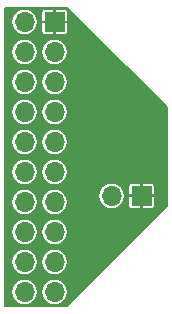
<source format=gbr>
G04 #@! TF.GenerationSoftware,KiCad,Pcbnew,5.1.5-1.fc31*
G04 #@! TF.CreationDate,2020-02-22T14:05:57+00:00*
G04 #@! TF.ProjectId,programmer-adapter,70726f67-7261-46d6-9d65-722d61646170,1.0.1*
G04 #@! TF.SameCoordinates,Original*
G04 #@! TF.FileFunction,Copper,L2,Bot*
G04 #@! TF.FilePolarity,Positive*
%FSLAX46Y46*%
G04 Gerber Fmt 4.6, Leading zero omitted, Abs format (unit mm)*
G04 Created by KiCad (PCBNEW 5.1.5-1.fc31) date 2020-02-22 14:05:57*
%MOMM*%
%LPD*%
G04 APERTURE LIST*
%ADD10O,1.700000X1.700000*%
%ADD11R,1.700000X1.700000*%
%ADD12C,0.127000*%
G04 APERTURE END LIST*
D10*
X139440000Y-109630000D03*
X141980000Y-109630000D03*
X139440000Y-107090000D03*
X141980000Y-107090000D03*
X139440000Y-104550000D03*
X141980000Y-104550000D03*
X139440000Y-102010000D03*
X141980000Y-102010000D03*
X139440000Y-99470000D03*
X141980000Y-99470000D03*
X139440000Y-96930000D03*
X141980000Y-96930000D03*
X139440000Y-94390000D03*
X141980000Y-94390000D03*
X139440000Y-91850000D03*
X141980000Y-91850000D03*
X139440000Y-89310000D03*
X141980000Y-89310000D03*
X139440000Y-86770000D03*
D11*
X141980000Y-86770000D03*
D10*
X146800000Y-101490000D03*
D11*
X149340000Y-101490000D03*
D12*
G36*
X151484500Y-93999263D02*
G01*
X151484501Y-102329411D01*
X151484500Y-102329421D01*
X151484500Y-102360737D01*
X143050738Y-110794500D01*
X137765500Y-110794500D01*
X137765500Y-109520330D01*
X138326500Y-109520330D01*
X138326500Y-109739670D01*
X138369291Y-109954796D01*
X138453229Y-110157440D01*
X138575088Y-110339815D01*
X138730185Y-110494912D01*
X138912560Y-110616771D01*
X139115204Y-110700709D01*
X139330330Y-110743500D01*
X139549670Y-110743500D01*
X139764796Y-110700709D01*
X139967440Y-110616771D01*
X140149815Y-110494912D01*
X140304912Y-110339815D01*
X140426771Y-110157440D01*
X140510709Y-109954796D01*
X140553500Y-109739670D01*
X140553500Y-109520330D01*
X140866500Y-109520330D01*
X140866500Y-109739670D01*
X140909291Y-109954796D01*
X140993229Y-110157440D01*
X141115088Y-110339815D01*
X141270185Y-110494912D01*
X141452560Y-110616771D01*
X141655204Y-110700709D01*
X141870330Y-110743500D01*
X142089670Y-110743500D01*
X142304796Y-110700709D01*
X142507440Y-110616771D01*
X142689815Y-110494912D01*
X142844912Y-110339815D01*
X142966771Y-110157440D01*
X143050709Y-109954796D01*
X143093500Y-109739670D01*
X143093500Y-109520330D01*
X143050709Y-109305204D01*
X142966771Y-109102560D01*
X142844912Y-108920185D01*
X142689815Y-108765088D01*
X142507440Y-108643229D01*
X142304796Y-108559291D01*
X142089670Y-108516500D01*
X141870330Y-108516500D01*
X141655204Y-108559291D01*
X141452560Y-108643229D01*
X141270185Y-108765088D01*
X141115088Y-108920185D01*
X140993229Y-109102560D01*
X140909291Y-109305204D01*
X140866500Y-109520330D01*
X140553500Y-109520330D01*
X140510709Y-109305204D01*
X140426771Y-109102560D01*
X140304912Y-108920185D01*
X140149815Y-108765088D01*
X139967440Y-108643229D01*
X139764796Y-108559291D01*
X139549670Y-108516500D01*
X139330330Y-108516500D01*
X139115204Y-108559291D01*
X138912560Y-108643229D01*
X138730185Y-108765088D01*
X138575088Y-108920185D01*
X138453229Y-109102560D01*
X138369291Y-109305204D01*
X138326500Y-109520330D01*
X137765500Y-109520330D01*
X137765500Y-106980330D01*
X138326500Y-106980330D01*
X138326500Y-107199670D01*
X138369291Y-107414796D01*
X138453229Y-107617440D01*
X138575088Y-107799815D01*
X138730185Y-107954912D01*
X138912560Y-108076771D01*
X139115204Y-108160709D01*
X139330330Y-108203500D01*
X139549670Y-108203500D01*
X139764796Y-108160709D01*
X139967440Y-108076771D01*
X140149815Y-107954912D01*
X140304912Y-107799815D01*
X140426771Y-107617440D01*
X140510709Y-107414796D01*
X140553500Y-107199670D01*
X140553500Y-106980330D01*
X140866500Y-106980330D01*
X140866500Y-107199670D01*
X140909291Y-107414796D01*
X140993229Y-107617440D01*
X141115088Y-107799815D01*
X141270185Y-107954912D01*
X141452560Y-108076771D01*
X141655204Y-108160709D01*
X141870330Y-108203500D01*
X142089670Y-108203500D01*
X142304796Y-108160709D01*
X142507440Y-108076771D01*
X142689815Y-107954912D01*
X142844912Y-107799815D01*
X142966771Y-107617440D01*
X143050709Y-107414796D01*
X143093500Y-107199670D01*
X143093500Y-106980330D01*
X143050709Y-106765204D01*
X142966771Y-106562560D01*
X142844912Y-106380185D01*
X142689815Y-106225088D01*
X142507440Y-106103229D01*
X142304796Y-106019291D01*
X142089670Y-105976500D01*
X141870330Y-105976500D01*
X141655204Y-106019291D01*
X141452560Y-106103229D01*
X141270185Y-106225088D01*
X141115088Y-106380185D01*
X140993229Y-106562560D01*
X140909291Y-106765204D01*
X140866500Y-106980330D01*
X140553500Y-106980330D01*
X140510709Y-106765204D01*
X140426771Y-106562560D01*
X140304912Y-106380185D01*
X140149815Y-106225088D01*
X139967440Y-106103229D01*
X139764796Y-106019291D01*
X139549670Y-105976500D01*
X139330330Y-105976500D01*
X139115204Y-106019291D01*
X138912560Y-106103229D01*
X138730185Y-106225088D01*
X138575088Y-106380185D01*
X138453229Y-106562560D01*
X138369291Y-106765204D01*
X138326500Y-106980330D01*
X137765500Y-106980330D01*
X137765500Y-104440330D01*
X138326500Y-104440330D01*
X138326500Y-104659670D01*
X138369291Y-104874796D01*
X138453229Y-105077440D01*
X138575088Y-105259815D01*
X138730185Y-105414912D01*
X138912560Y-105536771D01*
X139115204Y-105620709D01*
X139330330Y-105663500D01*
X139549670Y-105663500D01*
X139764796Y-105620709D01*
X139967440Y-105536771D01*
X140149815Y-105414912D01*
X140304912Y-105259815D01*
X140426771Y-105077440D01*
X140510709Y-104874796D01*
X140553500Y-104659670D01*
X140553500Y-104440330D01*
X140866500Y-104440330D01*
X140866500Y-104659670D01*
X140909291Y-104874796D01*
X140993229Y-105077440D01*
X141115088Y-105259815D01*
X141270185Y-105414912D01*
X141452560Y-105536771D01*
X141655204Y-105620709D01*
X141870330Y-105663500D01*
X142089670Y-105663500D01*
X142304796Y-105620709D01*
X142507440Y-105536771D01*
X142689815Y-105414912D01*
X142844912Y-105259815D01*
X142966771Y-105077440D01*
X143050709Y-104874796D01*
X143093500Y-104659670D01*
X143093500Y-104440330D01*
X143050709Y-104225204D01*
X142966771Y-104022560D01*
X142844912Y-103840185D01*
X142689815Y-103685088D01*
X142507440Y-103563229D01*
X142304796Y-103479291D01*
X142089670Y-103436500D01*
X141870330Y-103436500D01*
X141655204Y-103479291D01*
X141452560Y-103563229D01*
X141270185Y-103685088D01*
X141115088Y-103840185D01*
X140993229Y-104022560D01*
X140909291Y-104225204D01*
X140866500Y-104440330D01*
X140553500Y-104440330D01*
X140510709Y-104225204D01*
X140426771Y-104022560D01*
X140304912Y-103840185D01*
X140149815Y-103685088D01*
X139967440Y-103563229D01*
X139764796Y-103479291D01*
X139549670Y-103436500D01*
X139330330Y-103436500D01*
X139115204Y-103479291D01*
X138912560Y-103563229D01*
X138730185Y-103685088D01*
X138575088Y-103840185D01*
X138453229Y-104022560D01*
X138369291Y-104225204D01*
X138326500Y-104440330D01*
X137765500Y-104440330D01*
X137765500Y-101900330D01*
X138326500Y-101900330D01*
X138326500Y-102119670D01*
X138369291Y-102334796D01*
X138453229Y-102537440D01*
X138575088Y-102719815D01*
X138730185Y-102874912D01*
X138912560Y-102996771D01*
X139115204Y-103080709D01*
X139330330Y-103123500D01*
X139549670Y-103123500D01*
X139764796Y-103080709D01*
X139967440Y-102996771D01*
X140149815Y-102874912D01*
X140304912Y-102719815D01*
X140426771Y-102537440D01*
X140510709Y-102334796D01*
X140553500Y-102119670D01*
X140553500Y-101900330D01*
X140866500Y-101900330D01*
X140866500Y-102119670D01*
X140909291Y-102334796D01*
X140993229Y-102537440D01*
X141115088Y-102719815D01*
X141270185Y-102874912D01*
X141452560Y-102996771D01*
X141655204Y-103080709D01*
X141870330Y-103123500D01*
X142089670Y-103123500D01*
X142304796Y-103080709D01*
X142507440Y-102996771D01*
X142689815Y-102874912D01*
X142844912Y-102719815D01*
X142966771Y-102537440D01*
X143050709Y-102334796D01*
X143093500Y-102119670D01*
X143093500Y-101900330D01*
X143050709Y-101685204D01*
X142966771Y-101482560D01*
X142898464Y-101380330D01*
X145686500Y-101380330D01*
X145686500Y-101599670D01*
X145729291Y-101814796D01*
X145813229Y-102017440D01*
X145935088Y-102199815D01*
X146090185Y-102354912D01*
X146272560Y-102476771D01*
X146475204Y-102560709D01*
X146690330Y-102603500D01*
X146909670Y-102603500D01*
X147124796Y-102560709D01*
X147327440Y-102476771D01*
X147509815Y-102354912D01*
X147524727Y-102340000D01*
X148225225Y-102340000D01*
X148230313Y-102391655D01*
X148245380Y-102441325D01*
X148269848Y-102487101D01*
X148302776Y-102527224D01*
X148342899Y-102560152D01*
X148388675Y-102584620D01*
X148438345Y-102599687D01*
X148490000Y-102604775D01*
X149237625Y-102603500D01*
X149303500Y-102537625D01*
X149303500Y-101526500D01*
X149376500Y-101526500D01*
X149376500Y-102537625D01*
X149442375Y-102603500D01*
X150190000Y-102604775D01*
X150241655Y-102599687D01*
X150291325Y-102584620D01*
X150337101Y-102560152D01*
X150377224Y-102527224D01*
X150410152Y-102487101D01*
X150434620Y-102441325D01*
X150449687Y-102391655D01*
X150454775Y-102340000D01*
X150453500Y-101592375D01*
X150387625Y-101526500D01*
X149376500Y-101526500D01*
X149303500Y-101526500D01*
X148292375Y-101526500D01*
X148226500Y-101592375D01*
X148225225Y-102340000D01*
X147524727Y-102340000D01*
X147664912Y-102199815D01*
X147786771Y-102017440D01*
X147870709Y-101814796D01*
X147913500Y-101599670D01*
X147913500Y-101380330D01*
X147870709Y-101165204D01*
X147786771Y-100962560D01*
X147664912Y-100780185D01*
X147524727Y-100640000D01*
X148225225Y-100640000D01*
X148226500Y-101387625D01*
X148292375Y-101453500D01*
X149303500Y-101453500D01*
X149303500Y-100442375D01*
X149376500Y-100442375D01*
X149376500Y-101453500D01*
X150387625Y-101453500D01*
X150453500Y-101387625D01*
X150454775Y-100640000D01*
X150449687Y-100588345D01*
X150434620Y-100538675D01*
X150410152Y-100492899D01*
X150377224Y-100452776D01*
X150337101Y-100419848D01*
X150291325Y-100395380D01*
X150241655Y-100380313D01*
X150190000Y-100375225D01*
X149442375Y-100376500D01*
X149376500Y-100442375D01*
X149303500Y-100442375D01*
X149237625Y-100376500D01*
X148490000Y-100375225D01*
X148438345Y-100380313D01*
X148388675Y-100395380D01*
X148342899Y-100419848D01*
X148302776Y-100452776D01*
X148269848Y-100492899D01*
X148245380Y-100538675D01*
X148230313Y-100588345D01*
X148225225Y-100640000D01*
X147524727Y-100640000D01*
X147509815Y-100625088D01*
X147327440Y-100503229D01*
X147124796Y-100419291D01*
X146909670Y-100376500D01*
X146690330Y-100376500D01*
X146475204Y-100419291D01*
X146272560Y-100503229D01*
X146090185Y-100625088D01*
X145935088Y-100780185D01*
X145813229Y-100962560D01*
X145729291Y-101165204D01*
X145686500Y-101380330D01*
X142898464Y-101380330D01*
X142844912Y-101300185D01*
X142689815Y-101145088D01*
X142507440Y-101023229D01*
X142304796Y-100939291D01*
X142089670Y-100896500D01*
X141870330Y-100896500D01*
X141655204Y-100939291D01*
X141452560Y-101023229D01*
X141270185Y-101145088D01*
X141115088Y-101300185D01*
X140993229Y-101482560D01*
X140909291Y-101685204D01*
X140866500Y-101900330D01*
X140553500Y-101900330D01*
X140510709Y-101685204D01*
X140426771Y-101482560D01*
X140304912Y-101300185D01*
X140149815Y-101145088D01*
X139967440Y-101023229D01*
X139764796Y-100939291D01*
X139549670Y-100896500D01*
X139330330Y-100896500D01*
X139115204Y-100939291D01*
X138912560Y-101023229D01*
X138730185Y-101145088D01*
X138575088Y-101300185D01*
X138453229Y-101482560D01*
X138369291Y-101685204D01*
X138326500Y-101900330D01*
X137765500Y-101900330D01*
X137765500Y-99360330D01*
X138326500Y-99360330D01*
X138326500Y-99579670D01*
X138369291Y-99794796D01*
X138453229Y-99997440D01*
X138575088Y-100179815D01*
X138730185Y-100334912D01*
X138912560Y-100456771D01*
X139115204Y-100540709D01*
X139330330Y-100583500D01*
X139549670Y-100583500D01*
X139764796Y-100540709D01*
X139967440Y-100456771D01*
X140149815Y-100334912D01*
X140304912Y-100179815D01*
X140426771Y-99997440D01*
X140510709Y-99794796D01*
X140553500Y-99579670D01*
X140553500Y-99360330D01*
X140866500Y-99360330D01*
X140866500Y-99579670D01*
X140909291Y-99794796D01*
X140993229Y-99997440D01*
X141115088Y-100179815D01*
X141270185Y-100334912D01*
X141452560Y-100456771D01*
X141655204Y-100540709D01*
X141870330Y-100583500D01*
X142089670Y-100583500D01*
X142304796Y-100540709D01*
X142507440Y-100456771D01*
X142689815Y-100334912D01*
X142844912Y-100179815D01*
X142966771Y-99997440D01*
X143050709Y-99794796D01*
X143093500Y-99579670D01*
X143093500Y-99360330D01*
X143050709Y-99145204D01*
X142966771Y-98942560D01*
X142844912Y-98760185D01*
X142689815Y-98605088D01*
X142507440Y-98483229D01*
X142304796Y-98399291D01*
X142089670Y-98356500D01*
X141870330Y-98356500D01*
X141655204Y-98399291D01*
X141452560Y-98483229D01*
X141270185Y-98605088D01*
X141115088Y-98760185D01*
X140993229Y-98942560D01*
X140909291Y-99145204D01*
X140866500Y-99360330D01*
X140553500Y-99360330D01*
X140510709Y-99145204D01*
X140426771Y-98942560D01*
X140304912Y-98760185D01*
X140149815Y-98605088D01*
X139967440Y-98483229D01*
X139764796Y-98399291D01*
X139549670Y-98356500D01*
X139330330Y-98356500D01*
X139115204Y-98399291D01*
X138912560Y-98483229D01*
X138730185Y-98605088D01*
X138575088Y-98760185D01*
X138453229Y-98942560D01*
X138369291Y-99145204D01*
X138326500Y-99360330D01*
X137765500Y-99360330D01*
X137765500Y-96820330D01*
X138326500Y-96820330D01*
X138326500Y-97039670D01*
X138369291Y-97254796D01*
X138453229Y-97457440D01*
X138575088Y-97639815D01*
X138730185Y-97794912D01*
X138912560Y-97916771D01*
X139115204Y-98000709D01*
X139330330Y-98043500D01*
X139549670Y-98043500D01*
X139764796Y-98000709D01*
X139967440Y-97916771D01*
X140149815Y-97794912D01*
X140304912Y-97639815D01*
X140426771Y-97457440D01*
X140510709Y-97254796D01*
X140553500Y-97039670D01*
X140553500Y-96820330D01*
X140866500Y-96820330D01*
X140866500Y-97039670D01*
X140909291Y-97254796D01*
X140993229Y-97457440D01*
X141115088Y-97639815D01*
X141270185Y-97794912D01*
X141452560Y-97916771D01*
X141655204Y-98000709D01*
X141870330Y-98043500D01*
X142089670Y-98043500D01*
X142304796Y-98000709D01*
X142507440Y-97916771D01*
X142689815Y-97794912D01*
X142844912Y-97639815D01*
X142966771Y-97457440D01*
X143050709Y-97254796D01*
X143093500Y-97039670D01*
X143093500Y-96820330D01*
X143050709Y-96605204D01*
X142966771Y-96402560D01*
X142844912Y-96220185D01*
X142689815Y-96065088D01*
X142507440Y-95943229D01*
X142304796Y-95859291D01*
X142089670Y-95816500D01*
X141870330Y-95816500D01*
X141655204Y-95859291D01*
X141452560Y-95943229D01*
X141270185Y-96065088D01*
X141115088Y-96220185D01*
X140993229Y-96402560D01*
X140909291Y-96605204D01*
X140866500Y-96820330D01*
X140553500Y-96820330D01*
X140510709Y-96605204D01*
X140426771Y-96402560D01*
X140304912Y-96220185D01*
X140149815Y-96065088D01*
X139967440Y-95943229D01*
X139764796Y-95859291D01*
X139549670Y-95816500D01*
X139330330Y-95816500D01*
X139115204Y-95859291D01*
X138912560Y-95943229D01*
X138730185Y-96065088D01*
X138575088Y-96220185D01*
X138453229Y-96402560D01*
X138369291Y-96605204D01*
X138326500Y-96820330D01*
X137765500Y-96820330D01*
X137765500Y-94280330D01*
X138326500Y-94280330D01*
X138326500Y-94499670D01*
X138369291Y-94714796D01*
X138453229Y-94917440D01*
X138575088Y-95099815D01*
X138730185Y-95254912D01*
X138912560Y-95376771D01*
X139115204Y-95460709D01*
X139330330Y-95503500D01*
X139549670Y-95503500D01*
X139764796Y-95460709D01*
X139967440Y-95376771D01*
X140149815Y-95254912D01*
X140304912Y-95099815D01*
X140426771Y-94917440D01*
X140510709Y-94714796D01*
X140553500Y-94499670D01*
X140553500Y-94280330D01*
X140866500Y-94280330D01*
X140866500Y-94499670D01*
X140909291Y-94714796D01*
X140993229Y-94917440D01*
X141115088Y-95099815D01*
X141270185Y-95254912D01*
X141452560Y-95376771D01*
X141655204Y-95460709D01*
X141870330Y-95503500D01*
X142089670Y-95503500D01*
X142304796Y-95460709D01*
X142507440Y-95376771D01*
X142689815Y-95254912D01*
X142844912Y-95099815D01*
X142966771Y-94917440D01*
X143050709Y-94714796D01*
X143093500Y-94499670D01*
X143093500Y-94280330D01*
X143050709Y-94065204D01*
X142966771Y-93862560D01*
X142844912Y-93680185D01*
X142689815Y-93525088D01*
X142507440Y-93403229D01*
X142304796Y-93319291D01*
X142089670Y-93276500D01*
X141870330Y-93276500D01*
X141655204Y-93319291D01*
X141452560Y-93403229D01*
X141270185Y-93525088D01*
X141115088Y-93680185D01*
X140993229Y-93862560D01*
X140909291Y-94065204D01*
X140866500Y-94280330D01*
X140553500Y-94280330D01*
X140510709Y-94065204D01*
X140426771Y-93862560D01*
X140304912Y-93680185D01*
X140149815Y-93525088D01*
X139967440Y-93403229D01*
X139764796Y-93319291D01*
X139549670Y-93276500D01*
X139330330Y-93276500D01*
X139115204Y-93319291D01*
X138912560Y-93403229D01*
X138730185Y-93525088D01*
X138575088Y-93680185D01*
X138453229Y-93862560D01*
X138369291Y-94065204D01*
X138326500Y-94280330D01*
X137765500Y-94280330D01*
X137765500Y-91740330D01*
X138326500Y-91740330D01*
X138326500Y-91959670D01*
X138369291Y-92174796D01*
X138453229Y-92377440D01*
X138575088Y-92559815D01*
X138730185Y-92714912D01*
X138912560Y-92836771D01*
X139115204Y-92920709D01*
X139330330Y-92963500D01*
X139549670Y-92963500D01*
X139764796Y-92920709D01*
X139967440Y-92836771D01*
X140149815Y-92714912D01*
X140304912Y-92559815D01*
X140426771Y-92377440D01*
X140510709Y-92174796D01*
X140553500Y-91959670D01*
X140553500Y-91740330D01*
X140866500Y-91740330D01*
X140866500Y-91959670D01*
X140909291Y-92174796D01*
X140993229Y-92377440D01*
X141115088Y-92559815D01*
X141270185Y-92714912D01*
X141452560Y-92836771D01*
X141655204Y-92920709D01*
X141870330Y-92963500D01*
X142089670Y-92963500D01*
X142304796Y-92920709D01*
X142507440Y-92836771D01*
X142689815Y-92714912D01*
X142844912Y-92559815D01*
X142966771Y-92377440D01*
X143050709Y-92174796D01*
X143093500Y-91959670D01*
X143093500Y-91740330D01*
X143050709Y-91525204D01*
X142966771Y-91322560D01*
X142844912Y-91140185D01*
X142689815Y-90985088D01*
X142507440Y-90863229D01*
X142304796Y-90779291D01*
X142089670Y-90736500D01*
X141870330Y-90736500D01*
X141655204Y-90779291D01*
X141452560Y-90863229D01*
X141270185Y-90985088D01*
X141115088Y-91140185D01*
X140993229Y-91322560D01*
X140909291Y-91525204D01*
X140866500Y-91740330D01*
X140553500Y-91740330D01*
X140510709Y-91525204D01*
X140426771Y-91322560D01*
X140304912Y-91140185D01*
X140149815Y-90985088D01*
X139967440Y-90863229D01*
X139764796Y-90779291D01*
X139549670Y-90736500D01*
X139330330Y-90736500D01*
X139115204Y-90779291D01*
X138912560Y-90863229D01*
X138730185Y-90985088D01*
X138575088Y-91140185D01*
X138453229Y-91322560D01*
X138369291Y-91525204D01*
X138326500Y-91740330D01*
X137765500Y-91740330D01*
X137765500Y-89200330D01*
X138326500Y-89200330D01*
X138326500Y-89419670D01*
X138369291Y-89634796D01*
X138453229Y-89837440D01*
X138575088Y-90019815D01*
X138730185Y-90174912D01*
X138912560Y-90296771D01*
X139115204Y-90380709D01*
X139330330Y-90423500D01*
X139549670Y-90423500D01*
X139764796Y-90380709D01*
X139967440Y-90296771D01*
X140149815Y-90174912D01*
X140304912Y-90019815D01*
X140426771Y-89837440D01*
X140510709Y-89634796D01*
X140553500Y-89419670D01*
X140553500Y-89200330D01*
X140866500Y-89200330D01*
X140866500Y-89419670D01*
X140909291Y-89634796D01*
X140993229Y-89837440D01*
X141115088Y-90019815D01*
X141270185Y-90174912D01*
X141452560Y-90296771D01*
X141655204Y-90380709D01*
X141870330Y-90423500D01*
X142089670Y-90423500D01*
X142304796Y-90380709D01*
X142507440Y-90296771D01*
X142689815Y-90174912D01*
X142844912Y-90019815D01*
X142966771Y-89837440D01*
X143050709Y-89634796D01*
X143093500Y-89419670D01*
X143093500Y-89200330D01*
X143050709Y-88985204D01*
X142966771Y-88782560D01*
X142844912Y-88600185D01*
X142689815Y-88445088D01*
X142507440Y-88323229D01*
X142304796Y-88239291D01*
X142089670Y-88196500D01*
X141870330Y-88196500D01*
X141655204Y-88239291D01*
X141452560Y-88323229D01*
X141270185Y-88445088D01*
X141115088Y-88600185D01*
X140993229Y-88782560D01*
X140909291Y-88985204D01*
X140866500Y-89200330D01*
X140553500Y-89200330D01*
X140510709Y-88985204D01*
X140426771Y-88782560D01*
X140304912Y-88600185D01*
X140149815Y-88445088D01*
X139967440Y-88323229D01*
X139764796Y-88239291D01*
X139549670Y-88196500D01*
X139330330Y-88196500D01*
X139115204Y-88239291D01*
X138912560Y-88323229D01*
X138730185Y-88445088D01*
X138575088Y-88600185D01*
X138453229Y-88782560D01*
X138369291Y-88985204D01*
X138326500Y-89200330D01*
X137765500Y-89200330D01*
X137765500Y-86660330D01*
X138326500Y-86660330D01*
X138326500Y-86879670D01*
X138369291Y-87094796D01*
X138453229Y-87297440D01*
X138575088Y-87479815D01*
X138730185Y-87634912D01*
X138912560Y-87756771D01*
X139115204Y-87840709D01*
X139330330Y-87883500D01*
X139549670Y-87883500D01*
X139764796Y-87840709D01*
X139967440Y-87756771D01*
X140149815Y-87634912D01*
X140164727Y-87620000D01*
X140865225Y-87620000D01*
X140870313Y-87671655D01*
X140885380Y-87721325D01*
X140909848Y-87767101D01*
X140942776Y-87807224D01*
X140982899Y-87840152D01*
X141028675Y-87864620D01*
X141078345Y-87879687D01*
X141130000Y-87884775D01*
X141877625Y-87883500D01*
X141943500Y-87817625D01*
X141943500Y-86806500D01*
X142016500Y-86806500D01*
X142016500Y-87817625D01*
X142082375Y-87883500D01*
X142830000Y-87884775D01*
X142881655Y-87879687D01*
X142931325Y-87864620D01*
X142977101Y-87840152D01*
X143017224Y-87807224D01*
X143050152Y-87767101D01*
X143074620Y-87721325D01*
X143089687Y-87671655D01*
X143094775Y-87620000D01*
X143093500Y-86872375D01*
X143027625Y-86806500D01*
X142016500Y-86806500D01*
X141943500Y-86806500D01*
X140932375Y-86806500D01*
X140866500Y-86872375D01*
X140865225Y-87620000D01*
X140164727Y-87620000D01*
X140304912Y-87479815D01*
X140426771Y-87297440D01*
X140510709Y-87094796D01*
X140553500Y-86879670D01*
X140553500Y-86660330D01*
X140510709Y-86445204D01*
X140426771Y-86242560D01*
X140304912Y-86060185D01*
X140164727Y-85920000D01*
X140865225Y-85920000D01*
X140866500Y-86667625D01*
X140932375Y-86733500D01*
X141943500Y-86733500D01*
X141943500Y-85722375D01*
X142016500Y-85722375D01*
X142016500Y-86733500D01*
X143027625Y-86733500D01*
X143093500Y-86667625D01*
X143094775Y-85920000D01*
X143089687Y-85868345D01*
X143074620Y-85818675D01*
X143050152Y-85772899D01*
X143017224Y-85732776D01*
X142977101Y-85699848D01*
X142931325Y-85675380D01*
X142881655Y-85660313D01*
X142830000Y-85655225D01*
X142082375Y-85656500D01*
X142016500Y-85722375D01*
X141943500Y-85722375D01*
X141877625Y-85656500D01*
X141130000Y-85655225D01*
X141078345Y-85660313D01*
X141028675Y-85675380D01*
X140982899Y-85699848D01*
X140942776Y-85732776D01*
X140909848Y-85772899D01*
X140885380Y-85818675D01*
X140870313Y-85868345D01*
X140865225Y-85920000D01*
X140164727Y-85920000D01*
X140149815Y-85905088D01*
X139967440Y-85783229D01*
X139764796Y-85699291D01*
X139549670Y-85656500D01*
X139330330Y-85656500D01*
X139115204Y-85699291D01*
X138912560Y-85783229D01*
X138730185Y-85905088D01*
X138575088Y-86060185D01*
X138453229Y-86242560D01*
X138369291Y-86445204D01*
X138326500Y-86660330D01*
X137765500Y-86660330D01*
X137765500Y-85575500D01*
X143060738Y-85575500D01*
X151484500Y-93999263D01*
G37*
X151484500Y-93999263D02*
X151484501Y-102329411D01*
X151484500Y-102329421D01*
X151484500Y-102360737D01*
X143050738Y-110794500D01*
X137765500Y-110794500D01*
X137765500Y-109520330D01*
X138326500Y-109520330D01*
X138326500Y-109739670D01*
X138369291Y-109954796D01*
X138453229Y-110157440D01*
X138575088Y-110339815D01*
X138730185Y-110494912D01*
X138912560Y-110616771D01*
X139115204Y-110700709D01*
X139330330Y-110743500D01*
X139549670Y-110743500D01*
X139764796Y-110700709D01*
X139967440Y-110616771D01*
X140149815Y-110494912D01*
X140304912Y-110339815D01*
X140426771Y-110157440D01*
X140510709Y-109954796D01*
X140553500Y-109739670D01*
X140553500Y-109520330D01*
X140866500Y-109520330D01*
X140866500Y-109739670D01*
X140909291Y-109954796D01*
X140993229Y-110157440D01*
X141115088Y-110339815D01*
X141270185Y-110494912D01*
X141452560Y-110616771D01*
X141655204Y-110700709D01*
X141870330Y-110743500D01*
X142089670Y-110743500D01*
X142304796Y-110700709D01*
X142507440Y-110616771D01*
X142689815Y-110494912D01*
X142844912Y-110339815D01*
X142966771Y-110157440D01*
X143050709Y-109954796D01*
X143093500Y-109739670D01*
X143093500Y-109520330D01*
X143050709Y-109305204D01*
X142966771Y-109102560D01*
X142844912Y-108920185D01*
X142689815Y-108765088D01*
X142507440Y-108643229D01*
X142304796Y-108559291D01*
X142089670Y-108516500D01*
X141870330Y-108516500D01*
X141655204Y-108559291D01*
X141452560Y-108643229D01*
X141270185Y-108765088D01*
X141115088Y-108920185D01*
X140993229Y-109102560D01*
X140909291Y-109305204D01*
X140866500Y-109520330D01*
X140553500Y-109520330D01*
X140510709Y-109305204D01*
X140426771Y-109102560D01*
X140304912Y-108920185D01*
X140149815Y-108765088D01*
X139967440Y-108643229D01*
X139764796Y-108559291D01*
X139549670Y-108516500D01*
X139330330Y-108516500D01*
X139115204Y-108559291D01*
X138912560Y-108643229D01*
X138730185Y-108765088D01*
X138575088Y-108920185D01*
X138453229Y-109102560D01*
X138369291Y-109305204D01*
X138326500Y-109520330D01*
X137765500Y-109520330D01*
X137765500Y-106980330D01*
X138326500Y-106980330D01*
X138326500Y-107199670D01*
X138369291Y-107414796D01*
X138453229Y-107617440D01*
X138575088Y-107799815D01*
X138730185Y-107954912D01*
X138912560Y-108076771D01*
X139115204Y-108160709D01*
X139330330Y-108203500D01*
X139549670Y-108203500D01*
X139764796Y-108160709D01*
X139967440Y-108076771D01*
X140149815Y-107954912D01*
X140304912Y-107799815D01*
X140426771Y-107617440D01*
X140510709Y-107414796D01*
X140553500Y-107199670D01*
X140553500Y-106980330D01*
X140866500Y-106980330D01*
X140866500Y-107199670D01*
X140909291Y-107414796D01*
X140993229Y-107617440D01*
X141115088Y-107799815D01*
X141270185Y-107954912D01*
X141452560Y-108076771D01*
X141655204Y-108160709D01*
X141870330Y-108203500D01*
X142089670Y-108203500D01*
X142304796Y-108160709D01*
X142507440Y-108076771D01*
X142689815Y-107954912D01*
X142844912Y-107799815D01*
X142966771Y-107617440D01*
X143050709Y-107414796D01*
X143093500Y-107199670D01*
X143093500Y-106980330D01*
X143050709Y-106765204D01*
X142966771Y-106562560D01*
X142844912Y-106380185D01*
X142689815Y-106225088D01*
X142507440Y-106103229D01*
X142304796Y-106019291D01*
X142089670Y-105976500D01*
X141870330Y-105976500D01*
X141655204Y-106019291D01*
X141452560Y-106103229D01*
X141270185Y-106225088D01*
X141115088Y-106380185D01*
X140993229Y-106562560D01*
X140909291Y-106765204D01*
X140866500Y-106980330D01*
X140553500Y-106980330D01*
X140510709Y-106765204D01*
X140426771Y-106562560D01*
X140304912Y-106380185D01*
X140149815Y-106225088D01*
X139967440Y-106103229D01*
X139764796Y-106019291D01*
X139549670Y-105976500D01*
X139330330Y-105976500D01*
X139115204Y-106019291D01*
X138912560Y-106103229D01*
X138730185Y-106225088D01*
X138575088Y-106380185D01*
X138453229Y-106562560D01*
X138369291Y-106765204D01*
X138326500Y-106980330D01*
X137765500Y-106980330D01*
X137765500Y-104440330D01*
X138326500Y-104440330D01*
X138326500Y-104659670D01*
X138369291Y-104874796D01*
X138453229Y-105077440D01*
X138575088Y-105259815D01*
X138730185Y-105414912D01*
X138912560Y-105536771D01*
X139115204Y-105620709D01*
X139330330Y-105663500D01*
X139549670Y-105663500D01*
X139764796Y-105620709D01*
X139967440Y-105536771D01*
X140149815Y-105414912D01*
X140304912Y-105259815D01*
X140426771Y-105077440D01*
X140510709Y-104874796D01*
X140553500Y-104659670D01*
X140553500Y-104440330D01*
X140866500Y-104440330D01*
X140866500Y-104659670D01*
X140909291Y-104874796D01*
X140993229Y-105077440D01*
X141115088Y-105259815D01*
X141270185Y-105414912D01*
X141452560Y-105536771D01*
X141655204Y-105620709D01*
X141870330Y-105663500D01*
X142089670Y-105663500D01*
X142304796Y-105620709D01*
X142507440Y-105536771D01*
X142689815Y-105414912D01*
X142844912Y-105259815D01*
X142966771Y-105077440D01*
X143050709Y-104874796D01*
X143093500Y-104659670D01*
X143093500Y-104440330D01*
X143050709Y-104225204D01*
X142966771Y-104022560D01*
X142844912Y-103840185D01*
X142689815Y-103685088D01*
X142507440Y-103563229D01*
X142304796Y-103479291D01*
X142089670Y-103436500D01*
X141870330Y-103436500D01*
X141655204Y-103479291D01*
X141452560Y-103563229D01*
X141270185Y-103685088D01*
X141115088Y-103840185D01*
X140993229Y-104022560D01*
X140909291Y-104225204D01*
X140866500Y-104440330D01*
X140553500Y-104440330D01*
X140510709Y-104225204D01*
X140426771Y-104022560D01*
X140304912Y-103840185D01*
X140149815Y-103685088D01*
X139967440Y-103563229D01*
X139764796Y-103479291D01*
X139549670Y-103436500D01*
X139330330Y-103436500D01*
X139115204Y-103479291D01*
X138912560Y-103563229D01*
X138730185Y-103685088D01*
X138575088Y-103840185D01*
X138453229Y-104022560D01*
X138369291Y-104225204D01*
X138326500Y-104440330D01*
X137765500Y-104440330D01*
X137765500Y-101900330D01*
X138326500Y-101900330D01*
X138326500Y-102119670D01*
X138369291Y-102334796D01*
X138453229Y-102537440D01*
X138575088Y-102719815D01*
X138730185Y-102874912D01*
X138912560Y-102996771D01*
X139115204Y-103080709D01*
X139330330Y-103123500D01*
X139549670Y-103123500D01*
X139764796Y-103080709D01*
X139967440Y-102996771D01*
X140149815Y-102874912D01*
X140304912Y-102719815D01*
X140426771Y-102537440D01*
X140510709Y-102334796D01*
X140553500Y-102119670D01*
X140553500Y-101900330D01*
X140866500Y-101900330D01*
X140866500Y-102119670D01*
X140909291Y-102334796D01*
X140993229Y-102537440D01*
X141115088Y-102719815D01*
X141270185Y-102874912D01*
X141452560Y-102996771D01*
X141655204Y-103080709D01*
X141870330Y-103123500D01*
X142089670Y-103123500D01*
X142304796Y-103080709D01*
X142507440Y-102996771D01*
X142689815Y-102874912D01*
X142844912Y-102719815D01*
X142966771Y-102537440D01*
X143050709Y-102334796D01*
X143093500Y-102119670D01*
X143093500Y-101900330D01*
X143050709Y-101685204D01*
X142966771Y-101482560D01*
X142898464Y-101380330D01*
X145686500Y-101380330D01*
X145686500Y-101599670D01*
X145729291Y-101814796D01*
X145813229Y-102017440D01*
X145935088Y-102199815D01*
X146090185Y-102354912D01*
X146272560Y-102476771D01*
X146475204Y-102560709D01*
X146690330Y-102603500D01*
X146909670Y-102603500D01*
X147124796Y-102560709D01*
X147327440Y-102476771D01*
X147509815Y-102354912D01*
X147524727Y-102340000D01*
X148225225Y-102340000D01*
X148230313Y-102391655D01*
X148245380Y-102441325D01*
X148269848Y-102487101D01*
X148302776Y-102527224D01*
X148342899Y-102560152D01*
X148388675Y-102584620D01*
X148438345Y-102599687D01*
X148490000Y-102604775D01*
X149237625Y-102603500D01*
X149303500Y-102537625D01*
X149303500Y-101526500D01*
X149376500Y-101526500D01*
X149376500Y-102537625D01*
X149442375Y-102603500D01*
X150190000Y-102604775D01*
X150241655Y-102599687D01*
X150291325Y-102584620D01*
X150337101Y-102560152D01*
X150377224Y-102527224D01*
X150410152Y-102487101D01*
X150434620Y-102441325D01*
X150449687Y-102391655D01*
X150454775Y-102340000D01*
X150453500Y-101592375D01*
X150387625Y-101526500D01*
X149376500Y-101526500D01*
X149303500Y-101526500D01*
X148292375Y-101526500D01*
X148226500Y-101592375D01*
X148225225Y-102340000D01*
X147524727Y-102340000D01*
X147664912Y-102199815D01*
X147786771Y-102017440D01*
X147870709Y-101814796D01*
X147913500Y-101599670D01*
X147913500Y-101380330D01*
X147870709Y-101165204D01*
X147786771Y-100962560D01*
X147664912Y-100780185D01*
X147524727Y-100640000D01*
X148225225Y-100640000D01*
X148226500Y-101387625D01*
X148292375Y-101453500D01*
X149303500Y-101453500D01*
X149303500Y-100442375D01*
X149376500Y-100442375D01*
X149376500Y-101453500D01*
X150387625Y-101453500D01*
X150453500Y-101387625D01*
X150454775Y-100640000D01*
X150449687Y-100588345D01*
X150434620Y-100538675D01*
X150410152Y-100492899D01*
X150377224Y-100452776D01*
X150337101Y-100419848D01*
X150291325Y-100395380D01*
X150241655Y-100380313D01*
X150190000Y-100375225D01*
X149442375Y-100376500D01*
X149376500Y-100442375D01*
X149303500Y-100442375D01*
X149237625Y-100376500D01*
X148490000Y-100375225D01*
X148438345Y-100380313D01*
X148388675Y-100395380D01*
X148342899Y-100419848D01*
X148302776Y-100452776D01*
X148269848Y-100492899D01*
X148245380Y-100538675D01*
X148230313Y-100588345D01*
X148225225Y-100640000D01*
X147524727Y-100640000D01*
X147509815Y-100625088D01*
X147327440Y-100503229D01*
X147124796Y-100419291D01*
X146909670Y-100376500D01*
X146690330Y-100376500D01*
X146475204Y-100419291D01*
X146272560Y-100503229D01*
X146090185Y-100625088D01*
X145935088Y-100780185D01*
X145813229Y-100962560D01*
X145729291Y-101165204D01*
X145686500Y-101380330D01*
X142898464Y-101380330D01*
X142844912Y-101300185D01*
X142689815Y-101145088D01*
X142507440Y-101023229D01*
X142304796Y-100939291D01*
X142089670Y-100896500D01*
X141870330Y-100896500D01*
X141655204Y-100939291D01*
X141452560Y-101023229D01*
X141270185Y-101145088D01*
X141115088Y-101300185D01*
X140993229Y-101482560D01*
X140909291Y-101685204D01*
X140866500Y-101900330D01*
X140553500Y-101900330D01*
X140510709Y-101685204D01*
X140426771Y-101482560D01*
X140304912Y-101300185D01*
X140149815Y-101145088D01*
X139967440Y-101023229D01*
X139764796Y-100939291D01*
X139549670Y-100896500D01*
X139330330Y-100896500D01*
X139115204Y-100939291D01*
X138912560Y-101023229D01*
X138730185Y-101145088D01*
X138575088Y-101300185D01*
X138453229Y-101482560D01*
X138369291Y-101685204D01*
X138326500Y-101900330D01*
X137765500Y-101900330D01*
X137765500Y-99360330D01*
X138326500Y-99360330D01*
X138326500Y-99579670D01*
X138369291Y-99794796D01*
X138453229Y-99997440D01*
X138575088Y-100179815D01*
X138730185Y-100334912D01*
X138912560Y-100456771D01*
X139115204Y-100540709D01*
X139330330Y-100583500D01*
X139549670Y-100583500D01*
X139764796Y-100540709D01*
X139967440Y-100456771D01*
X140149815Y-100334912D01*
X140304912Y-100179815D01*
X140426771Y-99997440D01*
X140510709Y-99794796D01*
X140553500Y-99579670D01*
X140553500Y-99360330D01*
X140866500Y-99360330D01*
X140866500Y-99579670D01*
X140909291Y-99794796D01*
X140993229Y-99997440D01*
X141115088Y-100179815D01*
X141270185Y-100334912D01*
X141452560Y-100456771D01*
X141655204Y-100540709D01*
X141870330Y-100583500D01*
X142089670Y-100583500D01*
X142304796Y-100540709D01*
X142507440Y-100456771D01*
X142689815Y-100334912D01*
X142844912Y-100179815D01*
X142966771Y-99997440D01*
X143050709Y-99794796D01*
X143093500Y-99579670D01*
X143093500Y-99360330D01*
X143050709Y-99145204D01*
X142966771Y-98942560D01*
X142844912Y-98760185D01*
X142689815Y-98605088D01*
X142507440Y-98483229D01*
X142304796Y-98399291D01*
X142089670Y-98356500D01*
X141870330Y-98356500D01*
X141655204Y-98399291D01*
X141452560Y-98483229D01*
X141270185Y-98605088D01*
X141115088Y-98760185D01*
X140993229Y-98942560D01*
X140909291Y-99145204D01*
X140866500Y-99360330D01*
X140553500Y-99360330D01*
X140510709Y-99145204D01*
X140426771Y-98942560D01*
X140304912Y-98760185D01*
X140149815Y-98605088D01*
X139967440Y-98483229D01*
X139764796Y-98399291D01*
X139549670Y-98356500D01*
X139330330Y-98356500D01*
X139115204Y-98399291D01*
X138912560Y-98483229D01*
X138730185Y-98605088D01*
X138575088Y-98760185D01*
X138453229Y-98942560D01*
X138369291Y-99145204D01*
X138326500Y-99360330D01*
X137765500Y-99360330D01*
X137765500Y-96820330D01*
X138326500Y-96820330D01*
X138326500Y-97039670D01*
X138369291Y-97254796D01*
X138453229Y-97457440D01*
X138575088Y-97639815D01*
X138730185Y-97794912D01*
X138912560Y-97916771D01*
X139115204Y-98000709D01*
X139330330Y-98043500D01*
X139549670Y-98043500D01*
X139764796Y-98000709D01*
X139967440Y-97916771D01*
X140149815Y-97794912D01*
X140304912Y-97639815D01*
X140426771Y-97457440D01*
X140510709Y-97254796D01*
X140553500Y-97039670D01*
X140553500Y-96820330D01*
X140866500Y-96820330D01*
X140866500Y-97039670D01*
X140909291Y-97254796D01*
X140993229Y-97457440D01*
X141115088Y-97639815D01*
X141270185Y-97794912D01*
X141452560Y-97916771D01*
X141655204Y-98000709D01*
X141870330Y-98043500D01*
X142089670Y-98043500D01*
X142304796Y-98000709D01*
X142507440Y-97916771D01*
X142689815Y-97794912D01*
X142844912Y-97639815D01*
X142966771Y-97457440D01*
X143050709Y-97254796D01*
X143093500Y-97039670D01*
X143093500Y-96820330D01*
X143050709Y-96605204D01*
X142966771Y-96402560D01*
X142844912Y-96220185D01*
X142689815Y-96065088D01*
X142507440Y-95943229D01*
X142304796Y-95859291D01*
X142089670Y-95816500D01*
X141870330Y-95816500D01*
X141655204Y-95859291D01*
X141452560Y-95943229D01*
X141270185Y-96065088D01*
X141115088Y-96220185D01*
X140993229Y-96402560D01*
X140909291Y-96605204D01*
X140866500Y-96820330D01*
X140553500Y-96820330D01*
X140510709Y-96605204D01*
X140426771Y-96402560D01*
X140304912Y-96220185D01*
X140149815Y-96065088D01*
X139967440Y-95943229D01*
X139764796Y-95859291D01*
X139549670Y-95816500D01*
X139330330Y-95816500D01*
X139115204Y-95859291D01*
X138912560Y-95943229D01*
X138730185Y-96065088D01*
X138575088Y-96220185D01*
X138453229Y-96402560D01*
X138369291Y-96605204D01*
X138326500Y-96820330D01*
X137765500Y-96820330D01*
X137765500Y-94280330D01*
X138326500Y-94280330D01*
X138326500Y-94499670D01*
X138369291Y-94714796D01*
X138453229Y-94917440D01*
X138575088Y-95099815D01*
X138730185Y-95254912D01*
X138912560Y-95376771D01*
X139115204Y-95460709D01*
X139330330Y-95503500D01*
X139549670Y-95503500D01*
X139764796Y-95460709D01*
X139967440Y-95376771D01*
X140149815Y-95254912D01*
X140304912Y-95099815D01*
X140426771Y-94917440D01*
X140510709Y-94714796D01*
X140553500Y-94499670D01*
X140553500Y-94280330D01*
X140866500Y-94280330D01*
X140866500Y-94499670D01*
X140909291Y-94714796D01*
X140993229Y-94917440D01*
X141115088Y-95099815D01*
X141270185Y-95254912D01*
X141452560Y-95376771D01*
X141655204Y-95460709D01*
X141870330Y-95503500D01*
X142089670Y-95503500D01*
X142304796Y-95460709D01*
X142507440Y-95376771D01*
X142689815Y-95254912D01*
X142844912Y-95099815D01*
X142966771Y-94917440D01*
X143050709Y-94714796D01*
X143093500Y-94499670D01*
X143093500Y-94280330D01*
X143050709Y-94065204D01*
X142966771Y-93862560D01*
X142844912Y-93680185D01*
X142689815Y-93525088D01*
X142507440Y-93403229D01*
X142304796Y-93319291D01*
X142089670Y-93276500D01*
X141870330Y-93276500D01*
X141655204Y-93319291D01*
X141452560Y-93403229D01*
X141270185Y-93525088D01*
X141115088Y-93680185D01*
X140993229Y-93862560D01*
X140909291Y-94065204D01*
X140866500Y-94280330D01*
X140553500Y-94280330D01*
X140510709Y-94065204D01*
X140426771Y-93862560D01*
X140304912Y-93680185D01*
X140149815Y-93525088D01*
X139967440Y-93403229D01*
X139764796Y-93319291D01*
X139549670Y-93276500D01*
X139330330Y-93276500D01*
X139115204Y-93319291D01*
X138912560Y-93403229D01*
X138730185Y-93525088D01*
X138575088Y-93680185D01*
X138453229Y-93862560D01*
X138369291Y-94065204D01*
X138326500Y-94280330D01*
X137765500Y-94280330D01*
X137765500Y-91740330D01*
X138326500Y-91740330D01*
X138326500Y-91959670D01*
X138369291Y-92174796D01*
X138453229Y-92377440D01*
X138575088Y-92559815D01*
X138730185Y-92714912D01*
X138912560Y-92836771D01*
X139115204Y-92920709D01*
X139330330Y-92963500D01*
X139549670Y-92963500D01*
X139764796Y-92920709D01*
X139967440Y-92836771D01*
X140149815Y-92714912D01*
X140304912Y-92559815D01*
X140426771Y-92377440D01*
X140510709Y-92174796D01*
X140553500Y-91959670D01*
X140553500Y-91740330D01*
X140866500Y-91740330D01*
X140866500Y-91959670D01*
X140909291Y-92174796D01*
X140993229Y-92377440D01*
X141115088Y-92559815D01*
X141270185Y-92714912D01*
X141452560Y-92836771D01*
X141655204Y-92920709D01*
X141870330Y-92963500D01*
X142089670Y-92963500D01*
X142304796Y-92920709D01*
X142507440Y-92836771D01*
X142689815Y-92714912D01*
X142844912Y-92559815D01*
X142966771Y-92377440D01*
X143050709Y-92174796D01*
X143093500Y-91959670D01*
X143093500Y-91740330D01*
X143050709Y-91525204D01*
X142966771Y-91322560D01*
X142844912Y-91140185D01*
X142689815Y-90985088D01*
X142507440Y-90863229D01*
X142304796Y-90779291D01*
X142089670Y-90736500D01*
X141870330Y-90736500D01*
X141655204Y-90779291D01*
X141452560Y-90863229D01*
X141270185Y-90985088D01*
X141115088Y-91140185D01*
X140993229Y-91322560D01*
X140909291Y-91525204D01*
X140866500Y-91740330D01*
X140553500Y-91740330D01*
X140510709Y-91525204D01*
X140426771Y-91322560D01*
X140304912Y-91140185D01*
X140149815Y-90985088D01*
X139967440Y-90863229D01*
X139764796Y-90779291D01*
X139549670Y-90736500D01*
X139330330Y-90736500D01*
X139115204Y-90779291D01*
X138912560Y-90863229D01*
X138730185Y-90985088D01*
X138575088Y-91140185D01*
X138453229Y-91322560D01*
X138369291Y-91525204D01*
X138326500Y-91740330D01*
X137765500Y-91740330D01*
X137765500Y-89200330D01*
X138326500Y-89200330D01*
X138326500Y-89419670D01*
X138369291Y-89634796D01*
X138453229Y-89837440D01*
X138575088Y-90019815D01*
X138730185Y-90174912D01*
X138912560Y-90296771D01*
X139115204Y-90380709D01*
X139330330Y-90423500D01*
X139549670Y-90423500D01*
X139764796Y-90380709D01*
X139967440Y-90296771D01*
X140149815Y-90174912D01*
X140304912Y-90019815D01*
X140426771Y-89837440D01*
X140510709Y-89634796D01*
X140553500Y-89419670D01*
X140553500Y-89200330D01*
X140866500Y-89200330D01*
X140866500Y-89419670D01*
X140909291Y-89634796D01*
X140993229Y-89837440D01*
X141115088Y-90019815D01*
X141270185Y-90174912D01*
X141452560Y-90296771D01*
X141655204Y-90380709D01*
X141870330Y-90423500D01*
X142089670Y-90423500D01*
X142304796Y-90380709D01*
X142507440Y-90296771D01*
X142689815Y-90174912D01*
X142844912Y-90019815D01*
X142966771Y-89837440D01*
X143050709Y-89634796D01*
X143093500Y-89419670D01*
X143093500Y-89200330D01*
X143050709Y-88985204D01*
X142966771Y-88782560D01*
X142844912Y-88600185D01*
X142689815Y-88445088D01*
X142507440Y-88323229D01*
X142304796Y-88239291D01*
X142089670Y-88196500D01*
X141870330Y-88196500D01*
X141655204Y-88239291D01*
X141452560Y-88323229D01*
X141270185Y-88445088D01*
X141115088Y-88600185D01*
X140993229Y-88782560D01*
X140909291Y-88985204D01*
X140866500Y-89200330D01*
X140553500Y-89200330D01*
X140510709Y-88985204D01*
X140426771Y-88782560D01*
X140304912Y-88600185D01*
X140149815Y-88445088D01*
X139967440Y-88323229D01*
X139764796Y-88239291D01*
X139549670Y-88196500D01*
X139330330Y-88196500D01*
X139115204Y-88239291D01*
X138912560Y-88323229D01*
X138730185Y-88445088D01*
X138575088Y-88600185D01*
X138453229Y-88782560D01*
X138369291Y-88985204D01*
X138326500Y-89200330D01*
X137765500Y-89200330D01*
X137765500Y-86660330D01*
X138326500Y-86660330D01*
X138326500Y-86879670D01*
X138369291Y-87094796D01*
X138453229Y-87297440D01*
X138575088Y-87479815D01*
X138730185Y-87634912D01*
X138912560Y-87756771D01*
X139115204Y-87840709D01*
X139330330Y-87883500D01*
X139549670Y-87883500D01*
X139764796Y-87840709D01*
X139967440Y-87756771D01*
X140149815Y-87634912D01*
X140164727Y-87620000D01*
X140865225Y-87620000D01*
X140870313Y-87671655D01*
X140885380Y-87721325D01*
X140909848Y-87767101D01*
X140942776Y-87807224D01*
X140982899Y-87840152D01*
X141028675Y-87864620D01*
X141078345Y-87879687D01*
X141130000Y-87884775D01*
X141877625Y-87883500D01*
X141943500Y-87817625D01*
X141943500Y-86806500D01*
X142016500Y-86806500D01*
X142016500Y-87817625D01*
X142082375Y-87883500D01*
X142830000Y-87884775D01*
X142881655Y-87879687D01*
X142931325Y-87864620D01*
X142977101Y-87840152D01*
X143017224Y-87807224D01*
X143050152Y-87767101D01*
X143074620Y-87721325D01*
X143089687Y-87671655D01*
X143094775Y-87620000D01*
X143093500Y-86872375D01*
X143027625Y-86806500D01*
X142016500Y-86806500D01*
X141943500Y-86806500D01*
X140932375Y-86806500D01*
X140866500Y-86872375D01*
X140865225Y-87620000D01*
X140164727Y-87620000D01*
X140304912Y-87479815D01*
X140426771Y-87297440D01*
X140510709Y-87094796D01*
X140553500Y-86879670D01*
X140553500Y-86660330D01*
X140510709Y-86445204D01*
X140426771Y-86242560D01*
X140304912Y-86060185D01*
X140164727Y-85920000D01*
X140865225Y-85920000D01*
X140866500Y-86667625D01*
X140932375Y-86733500D01*
X141943500Y-86733500D01*
X141943500Y-85722375D01*
X142016500Y-85722375D01*
X142016500Y-86733500D01*
X143027625Y-86733500D01*
X143093500Y-86667625D01*
X143094775Y-85920000D01*
X143089687Y-85868345D01*
X143074620Y-85818675D01*
X143050152Y-85772899D01*
X143017224Y-85732776D01*
X142977101Y-85699848D01*
X142931325Y-85675380D01*
X142881655Y-85660313D01*
X142830000Y-85655225D01*
X142082375Y-85656500D01*
X142016500Y-85722375D01*
X141943500Y-85722375D01*
X141877625Y-85656500D01*
X141130000Y-85655225D01*
X141078345Y-85660313D01*
X141028675Y-85675380D01*
X140982899Y-85699848D01*
X140942776Y-85732776D01*
X140909848Y-85772899D01*
X140885380Y-85818675D01*
X140870313Y-85868345D01*
X140865225Y-85920000D01*
X140164727Y-85920000D01*
X140149815Y-85905088D01*
X139967440Y-85783229D01*
X139764796Y-85699291D01*
X139549670Y-85656500D01*
X139330330Y-85656500D01*
X139115204Y-85699291D01*
X138912560Y-85783229D01*
X138730185Y-85905088D01*
X138575088Y-86060185D01*
X138453229Y-86242560D01*
X138369291Y-86445204D01*
X138326500Y-86660330D01*
X137765500Y-86660330D01*
X137765500Y-85575500D01*
X143060738Y-85575500D01*
X151484500Y-93999263D01*
M02*

</source>
